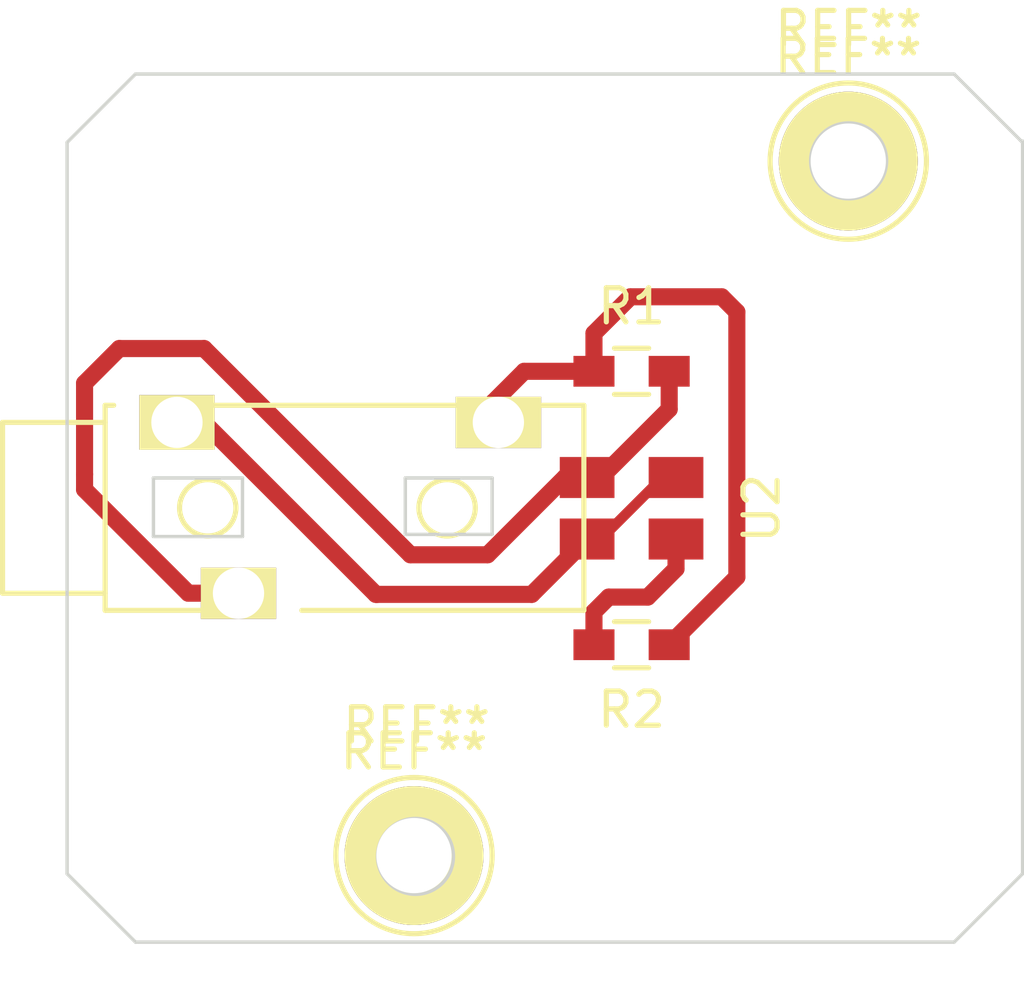
<source format=kicad_pcb>
(kicad_pcb (version 4) (host pcbnew "(after 2015-may-01 BZR unknown)-product")

  (general
    (links 7)
    (no_connects 0)
    (area 93.448612 89.6038 147.236708 119.69968)
    (thickness 1.6)
    (drawings 21)
    (tracks 35)
    (zones 0)
    (modules 8)
    (nets 5)
  )

  (page A4)
  (layers
    (0 F.Cu signal)
    (31 B.Cu signal hide)
    (32 B.Adhes user hide)
    (33 F.Adhes user hide)
    (34 B.Paste user)
    (35 F.Paste user hide)
    (36 B.SilkS user hide)
    (37 F.SilkS user)
    (38 B.Mask user hide)
    (39 F.Mask user hide)
    (40 Dwgs.User user hide)
    (41 Cmts.User user hide)
    (42 Eco1.User user hide)
    (43 Eco2.User user hide)
    (44 Edge.Cuts user)
    (45 Margin user hide)
    (46 B.CrtYd user hide)
    (47 F.CrtYd user hide)
    (48 B.Fab user hide)
    (49 F.Fab user hide)
  )

  (setup
    (last_trace_width 0.25)
    (user_trace_width 0.3)
    (user_trace_width 0.5)
    (trace_clearance 0.2)
    (zone_clearance 0.508)
    (zone_45_only no)
    (trace_min 0.2)
    (segment_width 0.2)
    (edge_width 0.1)
    (via_size 0.6)
    (via_drill 0.4)
    (via_min_size 0.4)
    (via_min_drill 0.3)
    (uvia_size 0.3)
    (uvia_drill 0.1)
    (uvias_allowed no)
    (uvia_min_size 0.2)
    (uvia_min_drill 0.1)
    (pcb_text_width 0.3)
    (pcb_text_size 1.5 1.5)
    (mod_edge_width 0.15)
    (mod_text_size 1 1)
    (mod_text_width 0.15)
    (pad_size 4.064 4.064)
    (pad_drill 2.2)
    (pad_to_mask_clearance 0)
    (aux_axis_origin 0 0)
    (grid_origin 132.72516 104.75468)
    (visible_elements 7FFEFFFF)
    (pcbplotparams
      (layerselection 0x01000_00000001)
      (usegerberextensions false)
      (excludeedgelayer true)
      (linewidth 0.100000)
      (plotframeref false)
      (viasonmask false)
      (mode 1)
      (useauxorigin false)
      (hpglpennumber 1)
      (hpglpenspeed 20)
      (hpglpendiameter 15)
      (hpglpenoverlay 2)
      (psnegative false)
      (psa4output false)
      (plotreference true)
      (plotvalue true)
      (plotinvisibletext false)
      (padsonsilk false)
      (subtractmaskfromsilk false)
      (outputformat 1)
      (mirror false)
      (drillshape 0)
      (scaleselection 1)
      (outputdirectory ../../../../../../Desktop/150830SensorBoardTemp/))
  )

  (net 0 "")
  (net 1 "Net-(R1-Pad1)")
  (net 2 "Net-(R1-Pad2)")
  (net 3 "Net-(R2-Pad2)")
  (net 4 "Net-(U1-Pad2)")

  (net_class Default "これは標準のネット クラスです。"
    (clearance 0.2)
    (trace_width 0.25)
    (via_dia 0.6)
    (via_drill 0.4)
    (uvia_dia 0.3)
    (uvia_drill 0.1)
    (add_net "Net-(R1-Pad1)")
    (add_net "Net-(R1-Pad2)")
    (add_net "Net-(R2-Pad2)")
    (add_net "Net-(U1-Pad2)")
  )

  (module Resistors_SMD:R_0603_HandSoldering (layer F.Cu) (tedit 55C5908B) (tstamp 55C4AB39)
    (at 132.73786 100.74402)
    (descr "Resistor SMD 0603, hand soldering")
    (tags "resistor 0603")
    (path /55602FD5)
    (attr smd)
    (fp_text reference R1 (at 0 -1.9) (layer F.SilkS)
      (effects (font (size 1 1) (thickness 0.15)))
    )
    (fp_text value 10k (at 3.24612 -0.11684) (layer F.Fab)
      (effects (font (size 1 1) (thickness 0.15)))
    )
    (fp_line (start -2 -0.8) (end 2 -0.8) (layer F.CrtYd) (width 0.05))
    (fp_line (start -2 0.8) (end 2 0.8) (layer F.CrtYd) (width 0.05))
    (fp_line (start -2 -0.8) (end -2 0.8) (layer F.CrtYd) (width 0.05))
    (fp_line (start 2 -0.8) (end 2 0.8) (layer F.CrtYd) (width 0.05))
    (fp_line (start 0.5 0.675) (end -0.5 0.675) (layer F.SilkS) (width 0.15))
    (fp_line (start -0.5 -0.675) (end 0.5 -0.675) (layer F.SilkS) (width 0.15))
    (pad 1 smd rect (at -1.1 0) (size 1.2 0.9) (layers F.Cu F.Paste F.Mask)
      (net 1 "Net-(R1-Pad1)"))
    (pad 2 smd rect (at 1.1 0) (size 1.2 0.9) (layers F.Cu F.Paste F.Mask)
      (net 2 "Net-(R1-Pad2)"))
    (model Resistors_SMD.3dshapes/R_0603_HandSoldering.wrl
      (at (xyz 0 0 0))
      (scale (xyz 1 1 1))
      (rotate (xyz 0 0 0))
    )
  )

  (module Resistors_SMD:R_0603_HandSoldering (layer F.Cu) (tedit 55C59091) (tstamp 55C4AB3F)
    (at 132.73786 108.74502 180)
    (descr "Resistor SMD 0603, hand soldering")
    (tags "resistor 0603")
    (path /55603071)
    (attr smd)
    (fp_text reference R2 (at 0 -1.9 180) (layer F.SilkS)
      (effects (font (size 1 1) (thickness 0.15)))
    )
    (fp_text value 300 (at 3.54584 0.1397 180) (layer F.Fab)
      (effects (font (size 1 1) (thickness 0.15)))
    )
    (fp_line (start -2 -0.8) (end 2 -0.8) (layer F.CrtYd) (width 0.05))
    (fp_line (start -2 0.8) (end 2 0.8) (layer F.CrtYd) (width 0.05))
    (fp_line (start -2 -0.8) (end -2 0.8) (layer F.CrtYd) (width 0.05))
    (fp_line (start 2 -0.8) (end 2 0.8) (layer F.CrtYd) (width 0.05))
    (fp_line (start 0.5 0.675) (end -0.5 0.675) (layer F.SilkS) (width 0.15))
    (fp_line (start -0.5 -0.675) (end 0.5 -0.675) (layer F.SilkS) (width 0.15))
    (pad 1 smd rect (at -1.1 0 180) (size 1.2 0.9) (layers F.Cu F.Paste F.Mask)
      (net 1 "Net-(R1-Pad1)"))
    (pad 2 smd rect (at 1.1 0 180) (size 1.2 0.9) (layers F.Cu F.Paste F.Mask)
      (net 3 "Net-(R2-Pad2)"))
    (model Resistors_SMD.3dshapes/R_0603_HandSoldering.wrl
      (at (xyz 0 0 0))
      (scale (xyz 1 1 1))
      (rotate (xyz 0 0 0))
    )
  )

  (module Wire_Pads:SolderWirePad_single_2mmDrill (layer F.Cu) (tedit 55CA21E5) (tstamp 55C5E914)
    (at 139.08532 94.5388)
    (fp_text reference REF** (at 0 -3.81) (layer F.SilkS)
      (effects (font (size 1 1) (thickness 0.15)))
    )
    (fp_text value "" (at -0.635 3.81) (layer F.Fab) hide
      (effects (font (size 1 1) (thickness 0.15)))
    )
  )

  (module Wire_Pads:SolderWirePad_single_2mmDrill (layer F.Cu) (tedit 55CA21F0) (tstamp 55C5E919)
    (at 126.45136 114.91468)
    (fp_text reference REF** (at 0 -3.81) (layer F.SilkS)
      (effects (font (size 1 1) (thickness 0.15)))
    )
    (fp_text value "" (at -0.635 3.81) (layer F.Fab)
      (effects (font (size 1 1) (thickness 0.15)))
    )
  )

  (module HACKberry_v1:MINIATURE_JACK_MJ-4535-3 (layer F.Cu) (tedit 55E2E0DD) (tstamp 55C4AB52)
    (at 120.34266 104.73944 180)
    (path /55C4B6D8)
    (fp_text reference U1 (at 0 3.81 180) (layer F.SilkS) hide
      (effects (font (size 1 1) (thickness 0.15)))
    )
    (fp_text value 3-CONDUCTOR_MINIATUIRE_JACK_MJ-4535-3-RESCUE-HandBoard_v1 (at 0 -5 180) (layer F.Fab)
      (effects (font (size 1 1) (thickness 0.15)))
    )
    (fp_line (start -11 3) (end -9.75 3) (layer F.SilkS) (width 0.15))
    (fp_line (start 6 2.5) (end 3 2.5) (layer F.SilkS) (width 0.15))
    (fp_line (start 3 -3) (end 3 3) (layer F.SilkS) (width 0.15))
    (fp_line (start 2.75 3) (end 3 3) (layer F.SilkS) (width 0.15))
    (fp_line (start -7.25 3) (end 0.25 3) (layer F.SilkS) (width 0.15))
    (fp_line (start -0.25 -3) (end 3 -3) (layer F.SilkS) (width 0.15))
    (fp_line (start -2.75 -3) (end -11 -3) (layer F.SilkS) (width 0.15))
    (fp_line (start -11 -3) (end -11 3) (layer F.SilkS) (width 0.15))
    (fp_line (start 6 -2.5) (end 6 2.5) (layer F.SilkS) (width 0.15))
    (fp_line (start 3 -2.5) (end 6 -2.5) (layer F.SilkS) (width 0.15))
    (fp_circle (center -7 0) (end -6.8 0.8) (layer F.SilkS) (width 0.15))
    (fp_circle (center 0 0) (end -0.2 0.8) (layer F.SilkS) (width 0.15))
    (pad 4 thru_hole rect (at -0.9 -2.5 180) (size 2.2 1.5) (drill 1.5) (layers *.Cu *.Mask F.SilkS)
      (net 2 "Net-(R1-Pad2)"))
    (pad 2 thru_hole rect (at 0.9 2.5 180) (size 2.2 1.6) (drill 1.5) (layers *.Cu *.Mask F.SilkS)
      (net 4 "Net-(U1-Pad2)"))
    (pad 1 thru_hole rect (at -8.5 2.5 180) (size 2.5 1.5) (drill 1.5) (layers *.Cu *.Mask F.SilkS)
      (net 1 "Net-(R1-Pad1)"))
  )

  (module HACKberry_v1:TPR-105smd (layer F.Cu) (tedit 55C59085) (tstamp 55C4AB5A)
    (at 132.73786 104.75214 90)
    (path /55602C89)
    (fp_text reference U2 (at 0 3.8 90) (layer F.SilkS)
      (effects (font (size 1 1) (thickness 0.15)))
    )
    (fp_text value TPR-105 (at 5.23494 -1.43256 90) (layer F.Fab)
      (effects (font (size 1 1) (thickness 0.15)))
    )
    (pad 1 smd rect (at -0.9 -1.3 90) (size 1.2 1.6) (layers F.Cu F.Paste F.Mask)
      (net 4 "Net-(U1-Pad2)"))
    (pad 2 smd rect (at -0.9 1.3 90) (size 1.2 1.6) (layers F.Cu F.Paste F.Mask)
      (net 3 "Net-(R2-Pad2)"))
    (pad 3 smd rect (at 0.9 1.3 90) (size 1.2 1.6) (layers F.Cu F.Paste F.Mask)
      (net 4 "Net-(U1-Pad2)"))
    (pad 4 smd rect (at 0.9 -1.3 90) (size 1.2 1.6) (layers F.Cu F.Paste F.Mask)
      (net 2 "Net-(R1-Pad2)"))
  )

  (module Connect:1pin (layer F.Cu) (tedit 55E2E2ED) (tstamp 55E2E353)
    (at 139.07516 94.59468)
    (descr "module 1 pin (ou trou mecanique de percage)")
    (tags DEV)
    (fp_text reference REF** (at 0 -3.048) (layer F.SilkS)
      (effects (font (size 1 1) (thickness 0.15)))
    )
    (fp_text value 1pin (at 0 2.794) (layer F.Fab)
      (effects (font (size 1 1) (thickness 0.15)))
    )
    (fp_circle (center 0 0) (end 0 -2.286) (layer F.SilkS) (width 0.15))
    (pad 1 thru_hole circle (at 0 0) (size 4.064 4.064) (drill 2.2) (layers *.Cu *.Mask F.SilkS))
  )

  (module Connect:1pin (layer F.Cu) (tedit 55E2E2F7) (tstamp 55E2E359)
    (at 126.37516 114.91468)
    (descr "module 1 pin (ou trou mecanique de percage)")
    (tags DEV)
    (fp_text reference REF** (at 0 -3.048) (layer F.SilkS)
      (effects (font (size 1 1) (thickness 0.15)))
    )
    (fp_text value 1pin (at 0 2.794) (layer F.Fab)
      (effects (font (size 1 1) (thickness 0.15)))
    )
    (fp_circle (center 0 0) (end 0 -2.286) (layer F.SilkS) (width 0.15))
    (pad 1 thru_hole circle (at 0 0) (size 4.064 4.064) (drill 2.2) (layers *.Cu *.Mask F.SilkS))
  )

  (gr_line (start 126.12116 105.51668) (end 126.18466 105.51668) (angle 90) (layer Edge.Cuts) (width 0.1))
  (gr_line (start 126.12116 103.86568) (end 126.12116 105.51668) (angle 90) (layer Edge.Cuts) (width 0.1))
  (gr_line (start 128.66116 103.86568) (end 126.12116 103.86568) (angle 90) (layer Edge.Cuts) (width 0.1))
  (gr_line (start 128.66116 105.51668) (end 128.66116 103.86568) (angle 90) (layer Edge.Cuts) (width 0.1))
  (gr_line (start 126.12116 105.51668) (end 128.66116 105.51668) (angle 90) (layer Edge.Cuts) (width 0.1))
  (gr_line (start 118.75516 103.86568) (end 118.81866 103.86568) (angle 90) (layer Edge.Cuts) (width 0.1))
  (gr_line (start 118.75516 105.58018) (end 118.75516 103.86568) (angle 90) (layer Edge.Cuts) (width 0.1))
  (gr_line (start 121.35866 105.58018) (end 118.75516 105.58018) (angle 90) (layer Edge.Cuts) (width 0.1))
  (gr_line (start 121.35866 103.86568) (end 121.35866 105.58018) (angle 90) (layer Edge.Cuts) (width 0.1))
  (gr_line (start 118.75516 103.86568) (end 121.35866 103.86568) (angle 90) (layer Edge.Cuts) (width 0.1))
  (gr_circle (center 126.41834 114.93754) (end 126.42088 113.82756) (layer Edge.Cuts) (width 0.1))
  (gr_circle (center 139.08532 94.58706) (end 139.192 93.48216) (layer Edge.Cuts) (width 0.1))
  (gr_line (start 144.17294 115.44046) (end 144.16786 115.44046) (angle 90) (layer Edge.Cuts) (width 0.1))
  (gr_line (start 144.17294 94.00794) (end 144.17294 115.44046) (angle 90) (layer Edge.Cuts) (width 0.1))
  (gr_line (start 142.1704 117.44706) (end 144.1704 115.44706) (layer Edge.Cuts) (width 0.1))
  (gr_line (start 118.2304 117.44706) (end 142.1704 117.44706) (layer Edge.Cuts) (width 0.1))
  (gr_line (start 116.2304 115.44706) (end 118.2304 117.44706) (layer Edge.Cuts) (width 0.1))
  (gr_line (start 116.2304 94.04706) (end 116.2304 115.44706) (layer Edge.Cuts) (width 0.1))
  (gr_line (start 118.2304 92.04706) (end 116.2304 94.04706) (layer Edge.Cuts) (width 0.1))
  (gr_line (start 142.1704 92.04706) (end 118.2304 92.04706) (layer Edge.Cuts) (width 0.1))
  (gr_line (start 144.1704 94.04706) (end 142.1704 92.04706) (layer Edge.Cuts) (width 0.1))

  (segment (start 131.63786 100.74402) (end 131.63786 99.63422) (width 0.5) (layer F.Cu) (net 1))
  (segment (start 135.81634 106.76654) (end 133.83786 108.74502) (width 0.5) (layer F.Cu) (net 1) (tstamp 55C592E8))
  (segment (start 135.81634 99.00666) (end 135.81634 106.76654) (width 0.5) (layer F.Cu) (net 1) (tstamp 55C592E3))
  (segment (start 135.37438 98.5647) (end 135.81634 99.00666) (width 0.5) (layer F.Cu) (net 1) (tstamp 55C592E2))
  (segment (start 132.70738 98.5647) (end 135.37438 98.5647) (width 0.5) (layer F.Cu) (net 1) (tstamp 55C592E1))
  (segment (start 131.63786 99.63422) (end 132.70738 98.5647) (width 0.5) (layer F.Cu) (net 1) (tstamp 55C592DF))
  (segment (start 128.70296 102.2369) (end 128.70296 101.63948) (width 0.5) (layer F.Cu) (net 1))
  (segment (start 128.70296 101.63948) (end 129.59842 100.74402) (width 0.5) (layer F.Cu) (net 1) (tstamp 55C592D8))
  (segment (start 129.59842 100.74402) (end 131.63786 100.74402) (width 0.5) (layer F.Cu) (net 1) (tstamp 55C592DA))
  (segment (start 116.74094 103.75646) (end 116.74094 104.2035) (width 0.5) (layer F.Cu) (net 2))
  (segment (start 128.52654 106.11358) (end 126.27102 106.11358) (width 0.5) (layer F.Cu) (net 2) (tstamp 55C59354))
  (segment (start 126.27102 106.11358) (end 120.23598 100.07854) (width 0.5) (layer F.Cu) (net 2) (tstamp 55C59359))
  (segment (start 120.23598 100.07854) (end 117.75694 100.07854) (width 0.5) (layer F.Cu) (net 2) (tstamp 55C5935D))
  (segment (start 117.75694 100.07854) (end 116.74094 101.09454) (width 0.5) (layer F.Cu) (net 2) (tstamp 55C5935E))
  (segment (start 116.74094 101.09454) (end 116.74094 103.75646) (width 0.5) (layer F.Cu) (net 2) (tstamp 55C5935F))
  (segment (start 130.78798 103.85214) (end 128.52654 106.11358) (width 0.5) (layer F.Cu) (net 2) (tstamp 55C59350))
  (segment (start 119.77434 107.2369) (end 121.10296 107.2369) (width 0.5) (layer F.Cu) (net 2) (tstamp 55C5D254))
  (segment (start 116.74094 104.2035) (end 119.77434 107.2369) (width 0.5) (layer F.Cu) (net 2) (tstamp 55C5D251))
  (segment (start 131.43786 103.85214) (end 130.78798 103.85214) (width 0.5) (layer F.Cu) (net 2))
  (segment (start 133.83786 100.74402) (end 133.83786 101.85382) (width 0.5) (layer F.Cu) (net 2))
  (segment (start 133.83786 101.85382) (end 131.83954 103.85214) (width 0.5) (layer F.Cu) (net 2) (tstamp 55C592F2))
  (segment (start 131.83954 103.85214) (end 131.43786 103.85214) (width 0.5) (layer F.Cu) (net 2) (tstamp 55C592F6))
  (segment (start 134.03786 105.65214) (end 134.03786 106.523) (width 0.5) (layer F.Cu) (net 3))
  (segment (start 131.63786 107.78254) (end 131.63786 108.74502) (width 0.5) (layer F.Cu) (net 3) (tstamp 55C59318))
  (segment (start 132.06984 107.35056) (end 131.63786 107.78254) (width 0.5) (layer F.Cu) (net 3) (tstamp 55C59313))
  (segment (start 133.2103 107.35056) (end 132.06984 107.35056) (width 0.5) (layer F.Cu) (net 3) (tstamp 55C59311))
  (segment (start 134.03786 106.523) (end 133.2103 107.35056) (width 0.5) (layer F.Cu) (net 3) (tstamp 55C59309))
  (segment (start 125.29566 107.27182) (end 125.2601 107.27182) (width 0.5) (layer F.Cu) (net 4))
  (segment (start 125.2601 107.27182) (end 120.22518 102.2369) (width 0.5) (layer F.Cu) (net 4) (tstamp 55C5D225))
  (segment (start 131.43786 105.65214) (end 129.81818 107.27182) (width 0.5) (layer F.Cu) (net 4) (tstamp 55C59375))
  (segment (start 125.29566 107.27182) (end 129.81818 107.27182) (width 0.5) (layer F.Cu) (net 4) (tstamp 55C59372))
  (segment (start 120.22518 102.2369) (end 119.30296 102.2369) (width 0.5) (layer F.Cu) (net 4) (tstamp 55C5D22C))
  (segment (start 134.03786 103.85214) (end 133.6404 103.85214) (width 0.5) (layer F.Cu) (net 4))
  (segment (start 133.6404 103.85214) (end 131.8404 105.65214) (width 0.3) (layer F.Cu) (net 4) (tstamp 55C592BC))
  (segment (start 131.8404 105.65214) (end 131.43786 105.65214) (width 0.5) (layer F.Cu) (net 4) (tstamp 55C592C6))

  (zone (net 1) (net_name "Net-(R1-Pad1)") (layer F.Cu) (tstamp 55C59794) (hatch edge 0.508)
    (connect_pads (clearance 0.508))
    (min_thickness 0.254)
    (fill yes (arc_segments 16) (thermal_gap 0.508) (thermal_bridge_width 0.508))
    (polygon
      (pts
        (xy 118.30812 92.05214) (xy 116.24818 94.0308) (xy 116.23548 115.45062) (xy 118.23192 117.44452) (xy 142.16888 117.44706)
        (xy 144.1704 115.443) (xy 144.17548 94.03842) (xy 142.17904 92.04706)
      )
    )
  )
)

</source>
